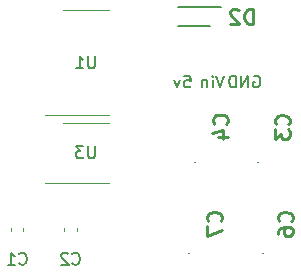
<source format=gbr>
%TF.GenerationSoftware,KiCad,Pcbnew,6.0.7-f9a2dced07~116~ubuntu20.04.1*%
%TF.CreationDate,2023-02-12T14:19:42-08:00*%
%TF.ProjectId,CAN_Controller,43414e5f-436f-46e7-9472-6f6c6c65722e,rev?*%
%TF.SameCoordinates,Original*%
%TF.FileFunction,Legend,Bot*%
%TF.FilePolarity,Positive*%
%FSLAX46Y46*%
G04 Gerber Fmt 4.6, Leading zero omitted, Abs format (unit mm)*
G04 Created by KiCad (PCBNEW 6.0.7-f9a2dced07~116~ubuntu20.04.1) date 2023-02-12 14:19:42*
%MOMM*%
%LPD*%
G01*
G04 APERTURE LIST*
%ADD10C,0.150000*%
%ADD11C,0.254000*%
%ADD12C,0.200000*%
%ADD13C,0.120000*%
G04 APERTURE END LIST*
D10*
X190523809Y-90202380D02*
X190190476Y-91202380D01*
X189857142Y-90202380D01*
X189523809Y-91202380D02*
X189523809Y-90535714D01*
X189523809Y-90202380D02*
X189571428Y-90250000D01*
X189523809Y-90297619D01*
X189476190Y-90250000D01*
X189523809Y-90202380D01*
X189523809Y-90297619D01*
X189047619Y-90535714D02*
X189047619Y-91202380D01*
X189047619Y-90630952D02*
X189000000Y-90583333D01*
X188904761Y-90535714D01*
X188761904Y-90535714D01*
X188666666Y-90583333D01*
X188619047Y-90678571D01*
X188619047Y-91202380D01*
X193011904Y-90250000D02*
X193107142Y-90202380D01*
X193250000Y-90202380D01*
X193392857Y-90250000D01*
X193488095Y-90345238D01*
X193535714Y-90440476D01*
X193583333Y-90630952D01*
X193583333Y-90773809D01*
X193535714Y-90964285D01*
X193488095Y-91059523D01*
X193392857Y-91154761D01*
X193250000Y-91202380D01*
X193154761Y-91202380D01*
X193011904Y-91154761D01*
X192964285Y-91107142D01*
X192964285Y-90773809D01*
X193154761Y-90773809D01*
X192535714Y-91202380D02*
X192535714Y-90202380D01*
X191964285Y-91202380D01*
X191964285Y-90202380D01*
X191488095Y-91202380D02*
X191488095Y-90202380D01*
X191250000Y-90202380D01*
X191107142Y-90250000D01*
X191011904Y-90345238D01*
X190964285Y-90440476D01*
X190916666Y-90630952D01*
X190916666Y-90773809D01*
X190964285Y-90964285D01*
X191011904Y-91059523D01*
X191107142Y-91154761D01*
X191250000Y-91202380D01*
X191488095Y-91202380D01*
X187142857Y-90202380D02*
X187619047Y-90202380D01*
X187666666Y-90678571D01*
X187619047Y-90630952D01*
X187523809Y-90583333D01*
X187285714Y-90583333D01*
X187190476Y-90630952D01*
X187142857Y-90678571D01*
X187095238Y-90773809D01*
X187095238Y-91011904D01*
X187142857Y-91107142D01*
X187190476Y-91154761D01*
X187285714Y-91202380D01*
X187523809Y-91202380D01*
X187619047Y-91154761D01*
X187666666Y-91107142D01*
X186761904Y-90535714D02*
X186523809Y-91202380D01*
X186285714Y-90535714D01*
D11*
%TO.C,C3*%
X195953571Y-94338333D02*
X196014047Y-94277857D01*
X196074523Y-94096428D01*
X196074523Y-93975476D01*
X196014047Y-93794047D01*
X195893095Y-93673095D01*
X195772142Y-93612619D01*
X195530238Y-93552142D01*
X195348809Y-93552142D01*
X195106904Y-93612619D01*
X194985952Y-93673095D01*
X194865000Y-93794047D01*
X194804523Y-93975476D01*
X194804523Y-94096428D01*
X194865000Y-94277857D01*
X194925476Y-94338333D01*
X194804523Y-94761666D02*
X194804523Y-95547857D01*
X195288333Y-95124523D01*
X195288333Y-95305952D01*
X195348809Y-95426904D01*
X195409285Y-95487380D01*
X195530238Y-95547857D01*
X195832619Y-95547857D01*
X195953571Y-95487380D01*
X196014047Y-95426904D01*
X196074523Y-95305952D01*
X196074523Y-94943095D01*
X196014047Y-94822142D01*
X195953571Y-94761666D01*
%TO.C,C7*%
X190203571Y-102538333D02*
X190264047Y-102477857D01*
X190324523Y-102296428D01*
X190324523Y-102175476D01*
X190264047Y-101994047D01*
X190143095Y-101873095D01*
X190022142Y-101812619D01*
X189780238Y-101752142D01*
X189598809Y-101752142D01*
X189356904Y-101812619D01*
X189235952Y-101873095D01*
X189115000Y-101994047D01*
X189054523Y-102175476D01*
X189054523Y-102296428D01*
X189115000Y-102477857D01*
X189175476Y-102538333D01*
X189054523Y-102961666D02*
X189054523Y-103808333D01*
X190324523Y-103264047D01*
D10*
%TO.C,U3*%
X179551904Y-96192380D02*
X179551904Y-97001904D01*
X179504285Y-97097142D01*
X179456666Y-97144761D01*
X179361428Y-97192380D01*
X179170952Y-97192380D01*
X179075714Y-97144761D01*
X179028095Y-97097142D01*
X178980476Y-97001904D01*
X178980476Y-96192380D01*
X178599523Y-96192380D02*
X177980476Y-96192380D01*
X178313809Y-96573333D01*
X178170952Y-96573333D01*
X178075714Y-96620952D01*
X178028095Y-96668571D01*
X177980476Y-96763809D01*
X177980476Y-97001904D01*
X178028095Y-97097142D01*
X178075714Y-97144761D01*
X178170952Y-97192380D01*
X178456666Y-97192380D01*
X178551904Y-97144761D01*
X178599523Y-97097142D01*
%TO.C,C2*%
X177666666Y-106107142D02*
X177714285Y-106154761D01*
X177857142Y-106202380D01*
X177952380Y-106202380D01*
X178095238Y-106154761D01*
X178190476Y-106059523D01*
X178238095Y-105964285D01*
X178285714Y-105773809D01*
X178285714Y-105630952D01*
X178238095Y-105440476D01*
X178190476Y-105345238D01*
X178095238Y-105250000D01*
X177952380Y-105202380D01*
X177857142Y-105202380D01*
X177714285Y-105250000D01*
X177666666Y-105297619D01*
X177285714Y-105297619D02*
X177238095Y-105250000D01*
X177142857Y-105202380D01*
X176904761Y-105202380D01*
X176809523Y-105250000D01*
X176761904Y-105297619D01*
X176714285Y-105392857D01*
X176714285Y-105488095D01*
X176761904Y-105630952D01*
X177333333Y-106202380D01*
X176714285Y-106202380D01*
D11*
%TO.C,C6*%
X196203571Y-102538333D02*
X196264047Y-102477857D01*
X196324523Y-102296428D01*
X196324523Y-102175476D01*
X196264047Y-101994047D01*
X196143095Y-101873095D01*
X196022142Y-101812619D01*
X195780238Y-101752142D01*
X195598809Y-101752142D01*
X195356904Y-101812619D01*
X195235952Y-101873095D01*
X195115000Y-101994047D01*
X195054523Y-102175476D01*
X195054523Y-102296428D01*
X195115000Y-102477857D01*
X195175476Y-102538333D01*
X195054523Y-103626904D02*
X195054523Y-103385000D01*
X195115000Y-103264047D01*
X195175476Y-103203571D01*
X195356904Y-103082619D01*
X195598809Y-103022142D01*
X196082619Y-103022142D01*
X196203571Y-103082619D01*
X196264047Y-103143095D01*
X196324523Y-103264047D01*
X196324523Y-103505952D01*
X196264047Y-103626904D01*
X196203571Y-103687380D01*
X196082619Y-103747857D01*
X195780238Y-103747857D01*
X195659285Y-103687380D01*
X195598809Y-103626904D01*
X195538333Y-103505952D01*
X195538333Y-103264047D01*
X195598809Y-103143095D01*
X195659285Y-103082619D01*
X195780238Y-103022142D01*
%TO.C,C4*%
X190703571Y-94288333D02*
X190764047Y-94227857D01*
X190824523Y-94046428D01*
X190824523Y-93925476D01*
X190764047Y-93744047D01*
X190643095Y-93623095D01*
X190522142Y-93562619D01*
X190280238Y-93502142D01*
X190098809Y-93502142D01*
X189856904Y-93562619D01*
X189735952Y-93623095D01*
X189615000Y-93744047D01*
X189554523Y-93925476D01*
X189554523Y-94046428D01*
X189615000Y-94227857D01*
X189675476Y-94288333D01*
X189977857Y-95376904D02*
X190824523Y-95376904D01*
X189494047Y-95074523D02*
X190401190Y-94772142D01*
X190401190Y-95558333D01*
%TO.C,D2*%
X192937380Y-85824523D02*
X192937380Y-84554523D01*
X192635000Y-84554523D01*
X192453571Y-84615000D01*
X192332619Y-84735952D01*
X192272142Y-84856904D01*
X192211666Y-85098809D01*
X192211666Y-85280238D01*
X192272142Y-85522142D01*
X192332619Y-85643095D01*
X192453571Y-85764047D01*
X192635000Y-85824523D01*
X192937380Y-85824523D01*
X191727857Y-84675476D02*
X191667380Y-84615000D01*
X191546428Y-84554523D01*
X191244047Y-84554523D01*
X191123095Y-84615000D01*
X191062619Y-84675476D01*
X191002142Y-84796428D01*
X191002142Y-84917380D01*
X191062619Y-85098809D01*
X191788333Y-85824523D01*
X191002142Y-85824523D01*
D10*
%TO.C,C1*%
X173166666Y-106107142D02*
X173214285Y-106154761D01*
X173357142Y-106202380D01*
X173452380Y-106202380D01*
X173595238Y-106154761D01*
X173690476Y-106059523D01*
X173738095Y-105964285D01*
X173785714Y-105773809D01*
X173785714Y-105630952D01*
X173738095Y-105440476D01*
X173690476Y-105345238D01*
X173595238Y-105250000D01*
X173452380Y-105202380D01*
X173357142Y-105202380D01*
X173214285Y-105250000D01*
X173166666Y-105297619D01*
X172214285Y-106202380D02*
X172785714Y-106202380D01*
X172500000Y-106202380D02*
X172500000Y-105202380D01*
X172595238Y-105345238D01*
X172690476Y-105440476D01*
X172785714Y-105488095D01*
%TO.C,U1*%
X179551904Y-88572380D02*
X179551904Y-89381904D01*
X179504285Y-89477142D01*
X179456666Y-89524761D01*
X179361428Y-89572380D01*
X179170952Y-89572380D01*
X179075714Y-89524761D01*
X179028095Y-89477142D01*
X178980476Y-89381904D01*
X178980476Y-88572380D01*
X177980476Y-89572380D02*
X178551904Y-89572380D01*
X178266190Y-89572380D02*
X178266190Y-88572380D01*
X178361428Y-88715238D01*
X178456666Y-88810476D01*
X178551904Y-88858095D01*
D12*
%TO.C,C3*%
X193380000Y-97550000D02*
G75*
G03*
X193380000Y-97550000I-50000J0D01*
G01*
%TO.C,C7*%
X187550000Y-105250000D02*
G75*
G03*
X187550000Y-105250000I-50000J0D01*
G01*
D13*
%TO.C,U3*%
X178790000Y-94180000D02*
X180740000Y-94180000D01*
X178790000Y-99300000D02*
X175340000Y-99300000D01*
X178790000Y-94180000D02*
X176840000Y-94180000D01*
X178790000Y-99300000D02*
X180740000Y-99300000D01*
%TO.C,C2*%
X176990000Y-103109420D02*
X176990000Y-103390580D01*
X178010000Y-103109420D02*
X178010000Y-103390580D01*
D12*
%TO.C,C6*%
X193800000Y-105250000D02*
G75*
G03*
X193800000Y-105250000I-50000J0D01*
G01*
%TO.C,C4*%
X188050000Y-97550000D02*
G75*
G03*
X188050000Y-97550000I-50000J0D01*
G01*
%TO.C,D2*%
X189275000Y-85975000D02*
X186575000Y-85975000D01*
X190225000Y-84425000D02*
X186575000Y-84425000D01*
D13*
%TO.C,C1*%
X173510000Y-103109420D02*
X173510000Y-103390580D01*
X172490000Y-103109420D02*
X172490000Y-103390580D01*
%TO.C,U1*%
X178790000Y-93555000D02*
X175340000Y-93555000D01*
X178790000Y-84685000D02*
X180740000Y-84685000D01*
X178790000Y-84685000D02*
X176840000Y-84685000D01*
X178790000Y-93555000D02*
X180740000Y-93555000D01*
%TD*%
M02*

</source>
